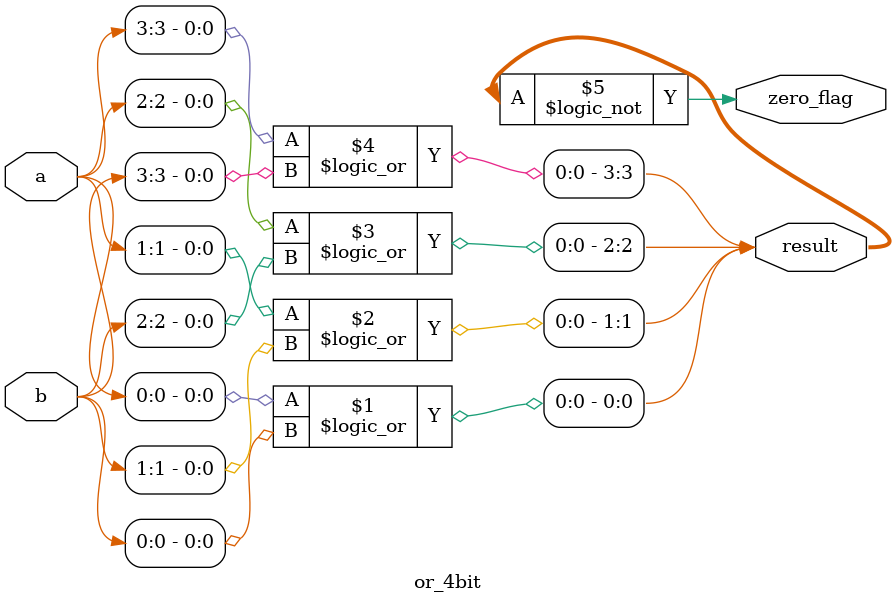
<source format=sv>
module or_4bit(
  input logic [3:0] a,
  input logic [3:0] b,
  output logic [3:0] result,
  output logic zero_flag
);

	assign result[0] = a[0] || b[0];
  assign result[1] = a[1] || b[1];
  assign result[2] = a[2] || b[2];
  assign result[3] = a[3] || b[3];

  // Set flags
  assign zero_flag = (result == 4'b0000);

endmodule

</source>
